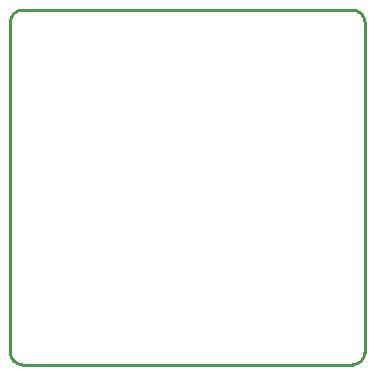
<source format=gko>
G04 Layer_Color=16711935*
%FSLAX44Y44*%
%MOMM*%
G71*
G01*
G75*
%ADD16C,0.2540*%
D16*
X300000Y290000D02*
G03*
X290000Y300000I-10000J0D01*
G01*
X10000D02*
G03*
X0Y290000I0J-10000D01*
G01*
Y10000D02*
G03*
X10000Y0I10000J0D01*
G01*
X290000D02*
G03*
X300000Y10000I0J10000D01*
G01*
X10000Y0D02*
X290000D01*
X10000Y300000D02*
X290000D01*
X300000Y10000D02*
Y290000D01*
X0Y10000D02*
Y290000D01*
M02*

</source>
